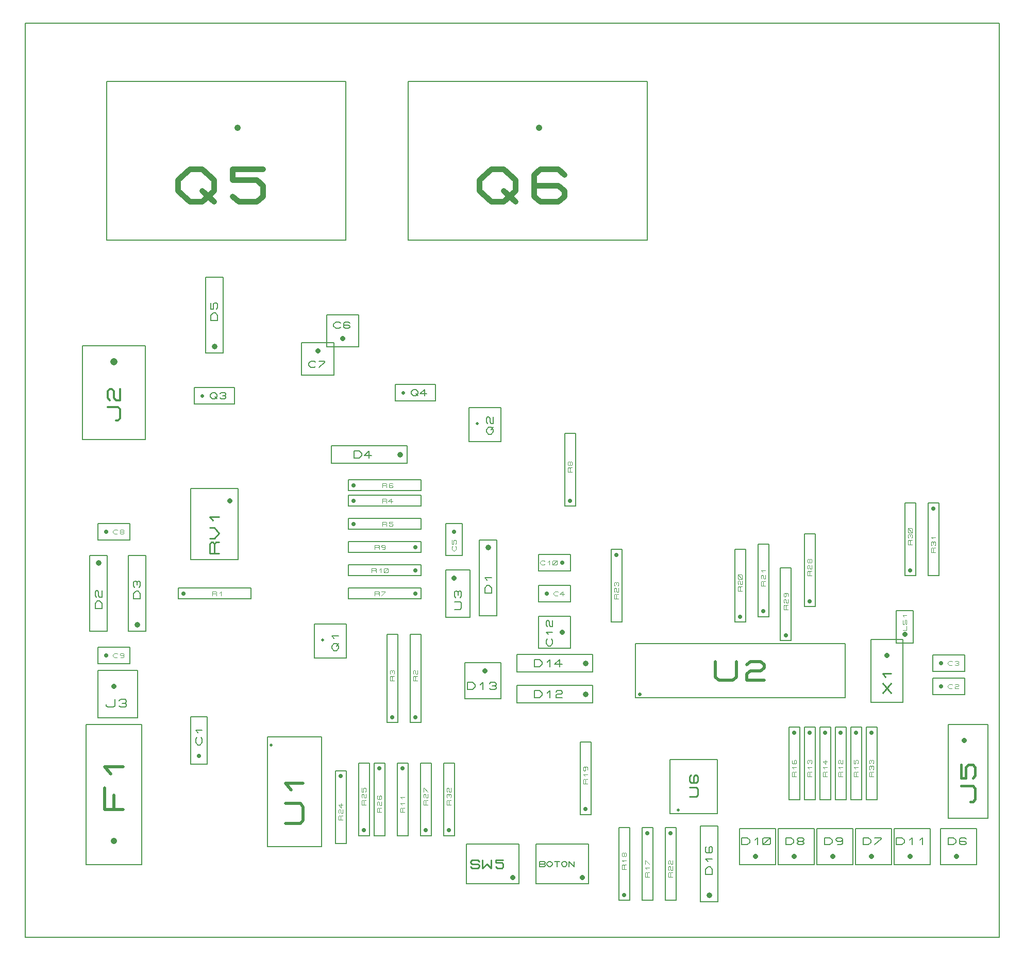
<source format=gbr>
G04 PROTEUS GERBER X2 FILE*
%TF.GenerationSoftware,Labcenter,Proteus,8.15-SP1-Build34318*%
%TF.CreationDate,2023-09-22T11:01:59+00:00*%
%TF.FileFunction,AssemblyDrawing,Top*%
%TF.FilePolarity,Positive*%
%TF.Part,Single*%
%TF.SameCoordinates,{152284cb-42d1-4113-bbe4-b0d9b1a291b6}*%
%FSLAX45Y45*%
%MOMM*%
G01*
%TA.AperFunction,Profile*%
%ADD23C,0.203200*%
%TA.AperFunction,Material*%
%ADD27C,0.203200*%
%ADD42C,0.609600*%
%ADD43C,0.507080*%
%ADD44C,0.711200*%
%ADD45C,0.110230*%
%ADD46C,0.812800*%
%ADD47C,0.237060*%
%ADD48C,0.190500*%
%ADD49C,0.914400*%
%ADD50C,0.186690*%
%ADD51C,0.111760*%
%ADD52C,0.169330*%
%ADD53C,0.508000*%
%ADD54C,0.226060*%
%ADD55C,1.016000*%
%ADD56C,0.515610*%
%ADD57C,0.490380*%
%ADD58C,0.132990*%
%ADD59C,0.180800*%
%ADD60C,0.160020*%
%ADD61C,1.219200*%
%ADD62C,0.331890*%
%ADD63C,0.194730*%
%ADD64C,0.177800*%
%ADD65C,0.266700*%
%ADD66C,0.216890*%
%ADD67C,0.889000*%
%ADD68C,0.389460*%
%ADD69C,0.211660*%
%TD.AperFunction*%
D23*
X-12382500Y-8953500D02*
X+3619500Y-8953500D01*
X+3619500Y+6068060D01*
X-12382500Y+6068060D01*
X-12382500Y-8953500D01*
D27*
X-2357660Y-5016500D02*
X+1091660Y-5016500D01*
X+1091660Y-4127500D01*
X-2357660Y-4127500D01*
X-2357660Y-5016500D01*
D42*
X-2286000Y-4953000D02*
X-2286000Y-4953000D01*
D43*
X-1038306Y-4419874D02*
X-1038306Y-4673417D01*
X-981259Y-4724125D01*
X-753071Y-4724125D01*
X-696024Y-4673417D01*
X-696024Y-4419874D01*
X-524883Y-4470583D02*
X-467836Y-4419874D01*
X-296695Y-4419874D01*
X-239648Y-4470583D01*
X-239648Y-4521291D01*
X-296695Y-4572000D01*
X-467836Y-4572000D01*
X-524883Y-4622708D01*
X-524883Y-4724125D01*
X-239648Y-4724125D01*
D27*
X+927100Y-6692900D02*
X+1104900Y-6692900D01*
X+1104900Y-5499100D01*
X+927100Y-5499100D01*
X+927100Y-6692900D01*
D44*
X+1016000Y-5588000D02*
X+1016000Y-5588000D01*
D45*
X+1049071Y-6307048D02*
X+982930Y-6307048D01*
X+982930Y-6245041D01*
X+993953Y-6232639D01*
X+1004977Y-6232639D01*
X+1016000Y-6245041D01*
X+1016000Y-6307048D01*
X+1016000Y-6245041D02*
X+1027024Y-6232639D01*
X+1049071Y-6232639D01*
X+1004977Y-6183033D02*
X+982930Y-6158230D01*
X+1049071Y-6158230D01*
X+993953Y-6096223D02*
X+982930Y-6083821D01*
X+982930Y-6046617D01*
X+993953Y-6034215D01*
X+1004977Y-6034215D01*
X+1016000Y-6046617D01*
X+1016000Y-6083821D01*
X+1027024Y-6096223D01*
X+1049071Y-6096223D01*
X+1049071Y-6034215D01*
D27*
X+419100Y-6692900D02*
X+596900Y-6692900D01*
X+596900Y-5499100D01*
X+419100Y-5499100D01*
X+419100Y-6692900D01*
D44*
X+508000Y-5588000D02*
X+508000Y-5588000D01*
D45*
X+541071Y-6307048D02*
X+474930Y-6307048D01*
X+474930Y-6245041D01*
X+485953Y-6232639D01*
X+496977Y-6232639D01*
X+508000Y-6245041D01*
X+508000Y-6307048D01*
X+508000Y-6245041D02*
X+519024Y-6232639D01*
X+541071Y-6232639D01*
X+496977Y-6183033D02*
X+474930Y-6158230D01*
X+541071Y-6158230D01*
X+485953Y-6096223D02*
X+474930Y-6083821D01*
X+474930Y-6046617D01*
X+485953Y-6034215D01*
X+496977Y-6034215D01*
X+508000Y-6046617D01*
X+519024Y-6034215D01*
X+530048Y-6034215D01*
X+541071Y-6046617D01*
X+541071Y-6083821D01*
X+530048Y-6096223D01*
X+508000Y-6071420D02*
X+508000Y-6046617D01*
D27*
X+673100Y-6692900D02*
X+850900Y-6692900D01*
X+850900Y-5499100D01*
X+673100Y-5499100D01*
X+673100Y-6692900D01*
D44*
X+762000Y-5588000D02*
X+762000Y-5588000D01*
D45*
X+795071Y-6307048D02*
X+728930Y-6307048D01*
X+728930Y-6245041D01*
X+739953Y-6232639D01*
X+750977Y-6232639D01*
X+762000Y-6245041D01*
X+762000Y-6307048D01*
X+762000Y-6245041D02*
X+773024Y-6232639D01*
X+795071Y-6232639D01*
X+750977Y-6183033D02*
X+728930Y-6158230D01*
X+795071Y-6158230D01*
X+773024Y-6034215D02*
X+773024Y-6108624D01*
X+728930Y-6059018D01*
X+795071Y-6059018D01*
D27*
X+1181100Y-6692900D02*
X+1358900Y-6692900D01*
X+1358900Y-5499100D01*
X+1181100Y-5499100D01*
X+1181100Y-6692900D01*
D44*
X+1270000Y-5588000D02*
X+1270000Y-5588000D01*
D45*
X+1303071Y-6307048D02*
X+1236930Y-6307048D01*
X+1236930Y-6245041D01*
X+1247953Y-6232639D01*
X+1258977Y-6232639D01*
X+1270000Y-6245041D01*
X+1270000Y-6307048D01*
X+1270000Y-6245041D02*
X+1281024Y-6232639D01*
X+1303071Y-6232639D01*
X+1258977Y-6183033D02*
X+1236930Y-6158230D01*
X+1303071Y-6158230D01*
X+1236930Y-6034215D02*
X+1236930Y-6096223D01*
X+1258977Y-6096223D01*
X+1258977Y-6046617D01*
X+1270000Y-6034215D01*
X+1292048Y-6034215D01*
X+1303071Y-6046617D01*
X+1303071Y-6083821D01*
X+1292048Y-6096223D01*
D27*
X+165100Y-6692900D02*
X+342900Y-6692900D01*
X+342900Y-5499100D01*
X+165100Y-5499100D01*
X+165100Y-6692900D01*
D44*
X+254000Y-5588000D02*
X+254000Y-5588000D01*
D45*
X+287071Y-6307048D02*
X+220930Y-6307048D01*
X+220930Y-6245041D01*
X+231953Y-6232639D01*
X+242977Y-6232639D01*
X+254000Y-6245041D01*
X+254000Y-6307048D01*
X+254000Y-6245041D02*
X+265024Y-6232639D01*
X+287071Y-6232639D01*
X+242977Y-6183033D02*
X+220930Y-6158230D01*
X+287071Y-6158230D01*
X+231953Y-6034215D02*
X+220930Y-6046617D01*
X+220930Y-6083821D01*
X+231953Y-6096223D01*
X+276048Y-6096223D01*
X+287071Y-6083821D01*
X+287071Y-6046617D01*
X+276048Y-6034215D01*
X+265024Y-6034215D01*
X+254000Y-6046617D01*
X+254000Y-6096223D01*
D27*
X+1933052Y-4112372D02*
X+2207372Y-4112372D01*
X+2207372Y-3584052D01*
X+1933052Y-3584052D01*
X+1933052Y-4112372D01*
D46*
X+2070212Y-3975212D02*
X+2070212Y-3975212D01*
D45*
X+2037193Y-3907900D02*
X+2103232Y-3907900D01*
X+2103232Y-3833606D01*
X+2092226Y-3808841D02*
X+2103232Y-3796459D01*
X+2103232Y-3746930D01*
X+2092226Y-3734547D01*
X+2081219Y-3734547D01*
X+2070212Y-3746930D01*
X+2070212Y-3796459D01*
X+2059206Y-3808841D01*
X+2048199Y-3808841D01*
X+2037193Y-3796459D01*
X+2037193Y-3746930D01*
X+2048199Y-3734547D01*
X+2059206Y-3685018D02*
X+2037193Y-3660253D01*
X+2103232Y-3660253D01*
D27*
X+1513840Y-5090160D02*
X+2042160Y-5090160D01*
X+2042160Y-4053840D01*
X+1513840Y-4053840D01*
X+1513840Y-5090160D01*
D46*
X+1778000Y-4318000D02*
X+1778000Y-4318000D01*
D47*
X+1706881Y-4937759D02*
X+1849120Y-4777740D01*
X+1849120Y-4937759D02*
X+1706881Y-4777740D01*
X+1754294Y-4671061D02*
X+1706881Y-4617721D01*
X+1849120Y-4617721D01*
D27*
X+624840Y-7757160D02*
X+1216660Y-7757160D01*
X+1216660Y-7165340D01*
X+624840Y-7165340D01*
X+624840Y-7757160D01*
D46*
X+889000Y-7620000D02*
X+889000Y-7620000D01*
D48*
X+749300Y-7429500D02*
X+749300Y-7315200D01*
X+835025Y-7315200D01*
X+877887Y-7353300D01*
X+877887Y-7391400D01*
X+835025Y-7429500D01*
X+749300Y-7429500D01*
X+1049337Y-7353300D02*
X+1027906Y-7372350D01*
X+963612Y-7372350D01*
X+942181Y-7353300D01*
X+942181Y-7334250D01*
X+963612Y-7315200D01*
X+1027906Y-7315200D01*
X+1049337Y-7334250D01*
X+1049337Y-7410450D01*
X+1027906Y-7429500D01*
X+963612Y-7429500D01*
D27*
X-645160Y-7757160D02*
X-53340Y-7757160D01*
X-53340Y-7165340D01*
X-645160Y-7165340D01*
X-645160Y-7757160D01*
D46*
X-381000Y-7620000D02*
X-381000Y-7620000D01*
D48*
X-606425Y-7429500D02*
X-606425Y-7315200D01*
X-520700Y-7315200D01*
X-477838Y-7353300D01*
X-477838Y-7391400D01*
X-520700Y-7429500D01*
X-606425Y-7429500D01*
X-392113Y-7353300D02*
X-349250Y-7315200D01*
X-349250Y-7429500D01*
X-263525Y-7410450D02*
X-263525Y-7334250D01*
X-242094Y-7315200D01*
X-156369Y-7315200D01*
X-134938Y-7334250D01*
X-134938Y-7410450D01*
X-156369Y-7429500D01*
X-242094Y-7429500D01*
X-263525Y-7410450D01*
X-263525Y-7429500D02*
X-134938Y-7315200D01*
D27*
X+1894840Y-7757160D02*
X+2486660Y-7757160D01*
X+2486660Y-7165340D01*
X+1894840Y-7165340D01*
X+1894840Y-7757160D01*
D46*
X+2159000Y-7620000D02*
X+2159000Y-7620000D01*
D48*
X+1933575Y-7429500D02*
X+1933575Y-7315200D01*
X+2019300Y-7315200D01*
X+2062162Y-7353300D01*
X+2062162Y-7391400D01*
X+2019300Y-7429500D01*
X+1933575Y-7429500D01*
X+2147887Y-7353300D02*
X+2190750Y-7315200D01*
X+2190750Y-7429500D01*
X+2319337Y-7353300D02*
X+2362200Y-7315200D01*
X+2362200Y-7429500D01*
D27*
X+1259840Y-7757160D02*
X+1851660Y-7757160D01*
X+1851660Y-7165340D01*
X+1259840Y-7165340D01*
X+1259840Y-7757160D01*
D46*
X+1524000Y-7620000D02*
X+1524000Y-7620000D01*
D48*
X+1384300Y-7429500D02*
X+1384300Y-7315200D01*
X+1470025Y-7315200D01*
X+1512887Y-7353300D01*
X+1512887Y-7391400D01*
X+1470025Y-7429500D01*
X+1384300Y-7429500D01*
X+1577181Y-7315200D02*
X+1684337Y-7315200D01*
X+1684337Y-7334250D01*
X+1577181Y-7429500D01*
D27*
X-10160Y-7757160D02*
X+581660Y-7757160D01*
X+581660Y-7165340D01*
X-10160Y-7165340D01*
X-10160Y-7757160D01*
D46*
X+254000Y-7620000D02*
X+254000Y-7620000D01*
D48*
X+114300Y-7429500D02*
X+114300Y-7315200D01*
X+200025Y-7315200D01*
X+242887Y-7353300D01*
X+242887Y-7391400D01*
X+200025Y-7429500D01*
X+114300Y-7429500D01*
X+328612Y-7372350D02*
X+307181Y-7353300D01*
X+307181Y-7334250D01*
X+328612Y-7315200D01*
X+392906Y-7315200D01*
X+414337Y-7334250D01*
X+414337Y-7353300D01*
X+392906Y-7372350D01*
X+328612Y-7372350D01*
X+307181Y-7391400D01*
X+307181Y-7410450D01*
X+328612Y-7429500D01*
X+392906Y-7429500D01*
X+414337Y-7410450D01*
X+414337Y-7391400D01*
X+392906Y-7372350D01*
D27*
X-723900Y-3771900D02*
X-546100Y-3771900D01*
X-546100Y-2578100D01*
X-723900Y-2578100D01*
X-723900Y-3771900D01*
D44*
X-635000Y-3683000D02*
X-635000Y-3683000D01*
D45*
X-601929Y-3261588D02*
X-668070Y-3261588D01*
X-668070Y-3199581D01*
X-657047Y-3187179D01*
X-646023Y-3187179D01*
X-635000Y-3199581D01*
X-635000Y-3261588D01*
X-635000Y-3199581D02*
X-623976Y-3187179D01*
X-601929Y-3187179D01*
X-657047Y-3149975D02*
X-668070Y-3137573D01*
X-668070Y-3100369D01*
X-657047Y-3087967D01*
X-646023Y-3087967D01*
X-635000Y-3100369D01*
X-635000Y-3137573D01*
X-623976Y-3149975D01*
X-601929Y-3149975D01*
X-601929Y-3087967D01*
X-612952Y-3063164D02*
X-657047Y-3063164D01*
X-668070Y-3050763D01*
X-668070Y-3001157D01*
X-657047Y-2988755D01*
X-612952Y-2988755D01*
X-601929Y-3001157D01*
X-601929Y-3050763D01*
X-612952Y-3063164D01*
X-601929Y-3063164D02*
X-668070Y-2988755D01*
D27*
X-342900Y-3682999D02*
X-165100Y-3682999D01*
X-165100Y-2489199D01*
X-342900Y-2489199D01*
X-342900Y-3682999D01*
D44*
X-254000Y-3594099D02*
X-254000Y-3594099D01*
D45*
X-220929Y-3172687D02*
X-287070Y-3172687D01*
X-287070Y-3110680D01*
X-276047Y-3098278D01*
X-265023Y-3098278D01*
X-254000Y-3110680D01*
X-254000Y-3172687D01*
X-254000Y-3110680D02*
X-242976Y-3098278D01*
X-220929Y-3098278D01*
X-276047Y-3061074D02*
X-287070Y-3048672D01*
X-287070Y-3011468D01*
X-276047Y-2999066D01*
X-265023Y-2999066D01*
X-254000Y-3011468D01*
X-254000Y-3048672D01*
X-242976Y-3061074D01*
X-220929Y-3061074D01*
X-220929Y-2999066D01*
X-265023Y-2949460D02*
X-287070Y-2924657D01*
X-220929Y-2924657D01*
D27*
X-4305300Y-5097780D02*
X-3060700Y-5097780D01*
X-3060700Y-4810760D01*
X-4305300Y-4810760D01*
X-4305300Y-5097780D01*
D49*
X-3175000Y-4953000D02*
X-3175000Y-4953000D01*
D50*
X-4015041Y-5010277D02*
X-4015041Y-4898263D01*
X-3931031Y-4898263D01*
X-3889026Y-4935601D01*
X-3889026Y-4972939D01*
X-3931031Y-5010277D01*
X-4015041Y-5010277D01*
X-3805015Y-4935601D02*
X-3763010Y-4898263D01*
X-3763010Y-5010277D01*
X-3657997Y-4916932D02*
X-3636994Y-4898263D01*
X-3573986Y-4898263D01*
X-3552984Y-4916932D01*
X-3552984Y-4935601D01*
X-3573986Y-4954270D01*
X-3636994Y-4954270D01*
X-3657997Y-4972939D01*
X-3657997Y-5010277D01*
X-3552984Y-5010277D01*
D27*
X-3263900Y-6934199D02*
X-3086100Y-6934199D01*
X-3086100Y-5740399D01*
X-3263900Y-5740399D01*
X-3263900Y-6934199D01*
D44*
X-3175000Y-6845299D02*
X-3175000Y-6845299D01*
D45*
X-3141929Y-6423887D02*
X-3208070Y-6423887D01*
X-3208070Y-6361880D01*
X-3197047Y-6349478D01*
X-3186023Y-6349478D01*
X-3175000Y-6361880D01*
X-3175000Y-6423887D01*
X-3175000Y-6361880D02*
X-3163976Y-6349478D01*
X-3141929Y-6349478D01*
X-3186023Y-6299872D02*
X-3208070Y-6275069D01*
X-3141929Y-6275069D01*
X-3186023Y-6151054D02*
X-3175000Y-6163456D01*
X-3175000Y-6200660D01*
X-3186023Y-6213062D01*
X-3197047Y-6213062D01*
X-3208070Y-6200660D01*
X-3208070Y-6163456D01*
X-3197047Y-6151054D01*
X-3152952Y-6151054D01*
X-3141929Y-6163456D01*
X-3141929Y-6200660D01*
D27*
X-5153660Y-5026660D02*
X-4561840Y-5026660D01*
X-4561840Y-4434840D01*
X-5153660Y-4434840D01*
X-5153660Y-5026660D01*
D46*
X-4826000Y-4572000D02*
X-4826000Y-4572000D01*
D48*
X-5114925Y-4876800D02*
X-5114925Y-4762500D01*
X-5029200Y-4762500D01*
X-4986338Y-4800600D01*
X-4986338Y-4838700D01*
X-5029200Y-4876800D01*
X-5114925Y-4876800D01*
X-4900613Y-4800600D02*
X-4857750Y-4762500D01*
X-4857750Y-4876800D01*
X-4750594Y-4781550D02*
X-4729163Y-4762500D01*
X-4664869Y-4762500D01*
X-4643438Y-4781550D01*
X-4643438Y-4800600D01*
X-4664869Y-4819650D01*
X-4643438Y-4838700D01*
X-4643438Y-4857750D01*
X-4664869Y-4876800D01*
X-4729163Y-4876800D01*
X-4750594Y-4857750D01*
X-4707732Y-4819650D02*
X-4664869Y-4819650D01*
D27*
X-3947160Y-3439160D02*
X-3418840Y-3439160D01*
X-3418840Y-3164840D01*
X-3947160Y-3164840D01*
X-3947160Y-3439160D01*
D44*
X-3810000Y-3302000D02*
X-3810000Y-3302000D01*
D51*
X-3621786Y-3324352D02*
X-3634359Y-3335528D01*
X-3672078Y-3335528D01*
X-3697224Y-3313176D01*
X-3697224Y-3290824D01*
X-3672078Y-3268472D01*
X-3634359Y-3268472D01*
X-3621786Y-3279648D01*
X-3521202Y-3313176D02*
X-3596640Y-3313176D01*
X-3546348Y-3268472D01*
X-3546348Y-3335528D01*
D27*
X-3947160Y-2931160D02*
X-3418840Y-2931160D01*
X-3418840Y-2656840D01*
X-3947160Y-2656840D01*
X-3947160Y-2931160D01*
D44*
X-3556000Y-2794000D02*
X-3556000Y-2794000D01*
D51*
X-3844798Y-2816352D02*
X-3857371Y-2827528D01*
X-3895090Y-2827528D01*
X-3920236Y-2805176D01*
X-3920236Y-2782824D01*
X-3895090Y-2760472D01*
X-3857371Y-2760472D01*
X-3844798Y-2771648D01*
X-3794506Y-2782824D02*
X-3769360Y-2760472D01*
X-3769360Y-2827528D01*
X-3719068Y-2816352D02*
X-3719068Y-2771648D01*
X-3706495Y-2760472D01*
X-3656203Y-2760472D01*
X-3643630Y-2771648D01*
X-3643630Y-2816352D01*
X-3656203Y-2827528D01*
X-3706495Y-2827528D01*
X-3719068Y-2816352D01*
X-3719068Y-2827528D02*
X-3643630Y-2760472D01*
D27*
X-4305300Y-4589780D02*
X-3060700Y-4589780D01*
X-3060700Y-4302760D01*
X-4305300Y-4302760D01*
X-4305300Y-4589780D01*
D49*
X-3175000Y-4445000D02*
X-3175000Y-4445000D01*
D50*
X-4015041Y-4502277D02*
X-4015041Y-4390263D01*
X-3931031Y-4390263D01*
X-3889026Y-4427601D01*
X-3889026Y-4464939D01*
X-3931031Y-4502277D01*
X-4015041Y-4502277D01*
X-3805015Y-4427601D02*
X-3763010Y-4390263D01*
X-3763010Y-4502277D01*
X-3552984Y-4464939D02*
X-3678999Y-4464939D01*
X-3594989Y-4390263D01*
X-3594989Y-4502277D01*
D27*
X-3947160Y-4201160D02*
X-3418840Y-4201160D01*
X-3418840Y-3672840D01*
X-3947160Y-3672840D01*
X-3947160Y-4201160D01*
D46*
X-3556000Y-3937000D02*
X-3556000Y-3937000D01*
D52*
X-3738033Y-4051299D02*
X-3721100Y-4070349D01*
X-3721100Y-4127499D01*
X-3754967Y-4165598D01*
X-3788833Y-4165598D01*
X-3822700Y-4127499D01*
X-3822700Y-4070349D01*
X-3805767Y-4051299D01*
X-3788833Y-3975100D02*
X-3822700Y-3937000D01*
X-3721100Y-3937000D01*
X-3805767Y-3841751D02*
X-3822700Y-3822701D01*
X-3822700Y-3765551D01*
X-3805767Y-3746501D01*
X-3788833Y-3746501D01*
X-3771900Y-3765551D01*
X-3771900Y-3822701D01*
X-3754967Y-3841751D01*
X-3721100Y-3841751D01*
X-3721100Y-3746501D01*
D27*
X-2755900Y-3771900D02*
X-2578100Y-3771900D01*
X-2578100Y-2578100D01*
X-2755900Y-2578100D01*
X-2755900Y-3771900D01*
D44*
X-2667000Y-2667000D02*
X-2667000Y-2667000D01*
D45*
X-2633929Y-3386048D02*
X-2700070Y-3386048D01*
X-2700070Y-3324041D01*
X-2689047Y-3311639D01*
X-2678023Y-3311639D01*
X-2667000Y-3324041D01*
X-2667000Y-3386048D01*
X-2667000Y-3324041D02*
X-2655976Y-3311639D01*
X-2633929Y-3311639D01*
X-2689047Y-3274435D02*
X-2700070Y-3262033D01*
X-2700070Y-3224829D01*
X-2689047Y-3212427D01*
X-2678023Y-3212427D01*
X-2667000Y-3224829D01*
X-2667000Y-3262033D01*
X-2655976Y-3274435D01*
X-2633929Y-3274435D01*
X-2633929Y-3212427D01*
X-2689047Y-3175223D02*
X-2700070Y-3162821D01*
X-2700070Y-3125617D01*
X-2689047Y-3113215D01*
X-2678023Y-3113215D01*
X-2667000Y-3125617D01*
X-2655976Y-3113215D01*
X-2644952Y-3113215D01*
X-2633929Y-3125617D01*
X-2633929Y-3162821D01*
X-2644952Y-3175223D01*
X-2667000Y-3150420D02*
X-2667000Y-3125617D01*
D27*
X-1866900Y-8343900D02*
X-1689100Y-8343900D01*
X-1689100Y-7150100D01*
X-1866900Y-7150100D01*
X-1866900Y-8343900D01*
D44*
X-1778000Y-7239000D02*
X-1778000Y-7239000D01*
D45*
X-1744929Y-7958048D02*
X-1811070Y-7958048D01*
X-1811070Y-7896041D01*
X-1800047Y-7883639D01*
X-1789023Y-7883639D01*
X-1778000Y-7896041D01*
X-1778000Y-7958048D01*
X-1778000Y-7896041D02*
X-1766976Y-7883639D01*
X-1744929Y-7883639D01*
X-1800047Y-7846435D02*
X-1811070Y-7834033D01*
X-1811070Y-7796829D01*
X-1800047Y-7784427D01*
X-1789023Y-7784427D01*
X-1778000Y-7796829D01*
X-1778000Y-7834033D01*
X-1766976Y-7846435D01*
X-1744929Y-7846435D01*
X-1744929Y-7784427D01*
X-1800047Y-7747223D02*
X-1811070Y-7734821D01*
X-1811070Y-7697617D01*
X-1800047Y-7685215D01*
X-1789023Y-7685215D01*
X-1778000Y-7697617D01*
X-1778000Y-7734821D01*
X-1766976Y-7747223D01*
X-1744929Y-7747223D01*
X-1744929Y-7685215D01*
D27*
X-1287780Y-8369300D02*
X-1000760Y-8369300D01*
X-1000760Y-7124700D01*
X-1287780Y-7124700D01*
X-1287780Y-8369300D01*
D49*
X-1143000Y-8255000D02*
X-1143000Y-8255000D01*
D50*
X-1088263Y-7919021D02*
X-1200277Y-7919021D01*
X-1200277Y-7835011D01*
X-1162939Y-7793006D01*
X-1125601Y-7793006D01*
X-1088263Y-7835011D01*
X-1088263Y-7919021D01*
X-1162939Y-7708995D02*
X-1200277Y-7666990D01*
X-1088263Y-7666990D01*
X-1181608Y-7456964D02*
X-1200277Y-7477966D01*
X-1200277Y-7540974D01*
X-1181608Y-7561977D01*
X-1106932Y-7561977D01*
X-1088263Y-7540974D01*
X-1088263Y-7477966D01*
X-1106932Y-7456964D01*
X-1125601Y-7456964D01*
X-1144270Y-7477966D01*
X-1144270Y-7561977D01*
D27*
X-1788160Y-6921500D02*
X-1005840Y-6921500D01*
X-1005840Y-6032500D01*
X-1788160Y-6032500D01*
X-1788160Y-6921500D01*
D53*
X-1651000Y-6858000D02*
X-1651000Y-6858000D01*
D54*
X-1464818Y-6636004D02*
X-1351788Y-6636004D01*
X-1329182Y-6610573D01*
X-1329182Y-6508846D01*
X-1351788Y-6483414D01*
X-1464818Y-6483414D01*
X-1442212Y-6279960D02*
X-1464818Y-6305392D01*
X-1464818Y-6381687D01*
X-1442212Y-6407119D01*
X-1351788Y-6407119D01*
X-1329182Y-6381687D01*
X-1329182Y-6305392D01*
X-1351788Y-6279960D01*
X-1374394Y-6279960D01*
X-1397000Y-6305392D01*
X-1397000Y-6407119D01*
D27*
X-11376660Y-7757160D02*
X-10467340Y-7757160D01*
X-10467340Y-5450840D01*
X-11376660Y-5450840D01*
X-11376660Y-7757160D01*
D55*
X-10922000Y-7366000D02*
X-10922000Y-7366000D01*
D56*
X-10767314Y-6847077D02*
X-11076686Y-6847077D01*
X-11076686Y-6499035D01*
X-10922000Y-6847077D02*
X-10922000Y-6615049D01*
X-10973562Y-6267006D02*
X-11076686Y-6150992D01*
X-10767314Y-6150992D01*
D27*
X-8402814Y-7456463D02*
X-7513814Y-7456463D01*
X-7513814Y-5658143D01*
X-8402814Y-5658143D01*
X-8402814Y-7456463D01*
D53*
X-8339314Y-5795303D02*
X-8339314Y-5795303D01*
D57*
X-8105431Y-7079933D02*
X-7860236Y-7079933D01*
X-7811197Y-7024765D01*
X-7811197Y-6804090D01*
X-7860236Y-6748921D01*
X-8105431Y-6748921D01*
X-8007353Y-6528246D02*
X-8105431Y-6417908D01*
X-7811197Y-6417908D01*
D27*
X-11186160Y-4455160D02*
X-10657840Y-4455160D01*
X-10657840Y-4180840D01*
X-11186160Y-4180840D01*
X-11186160Y-4455160D01*
D44*
X-11049000Y-4318000D02*
X-11049000Y-4318000D01*
D51*
X-10860786Y-4340352D02*
X-10873359Y-4351528D01*
X-10911078Y-4351528D01*
X-10936224Y-4329176D01*
X-10936224Y-4306824D01*
X-10911078Y-4284472D01*
X-10873359Y-4284472D01*
X-10860786Y-4295648D01*
X-10760202Y-4306824D02*
X-10772775Y-4318000D01*
X-10810494Y-4318000D01*
X-10823067Y-4306824D01*
X-10823067Y-4295648D01*
X-10810494Y-4284472D01*
X-10772775Y-4284472D01*
X-10760202Y-4295648D01*
X-10760202Y-4340352D01*
X-10772775Y-4351528D01*
X-10810494Y-4351528D01*
D27*
X-10685780Y-3924300D02*
X-10398760Y-3924300D01*
X-10398760Y-2679700D01*
X-10685780Y-2679700D01*
X-10685780Y-3924300D01*
D49*
X-10541000Y-3810000D02*
X-10541000Y-3810000D01*
D50*
X-10486263Y-3390011D02*
X-10598277Y-3390011D01*
X-10598277Y-3306001D01*
X-10560939Y-3263996D01*
X-10523601Y-3263996D01*
X-10486263Y-3306001D01*
X-10486263Y-3390011D01*
X-10579608Y-3200988D02*
X-10598277Y-3179985D01*
X-10598277Y-3116977D01*
X-10579608Y-3095975D01*
X-10560939Y-3095975D01*
X-10542270Y-3116977D01*
X-10523601Y-3095975D01*
X-10504932Y-3095975D01*
X-10486263Y-3116977D01*
X-10486263Y-3179985D01*
X-10504932Y-3200988D01*
X-10542270Y-3158983D02*
X-10542270Y-3116977D01*
D27*
X-11318240Y-3924300D02*
X-11031220Y-3924300D01*
X-11031220Y-2679700D01*
X-11318240Y-2679700D01*
X-11318240Y-3924300D01*
D49*
X-11176000Y-2794000D02*
X-11176000Y-2794000D01*
D50*
X-11118723Y-3550031D02*
X-11230737Y-3550031D01*
X-11230737Y-3466021D01*
X-11193399Y-3424016D01*
X-11156061Y-3424016D01*
X-11118723Y-3466021D01*
X-11118723Y-3550031D01*
X-11212068Y-3361008D02*
X-11230737Y-3340005D01*
X-11230737Y-3276997D01*
X-11212068Y-3255995D01*
X-11193399Y-3255995D01*
X-11174730Y-3276997D01*
X-11174730Y-3340005D01*
X-11156061Y-3361008D01*
X-11118723Y-3361008D01*
X-11118723Y-3255995D01*
D27*
X-5471160Y-2677160D02*
X-5196840Y-2677160D01*
X-5196840Y-2148840D01*
X-5471160Y-2148840D01*
X-5471160Y-2677160D01*
D44*
X-5334000Y-2286000D02*
X-5334000Y-2286000D01*
D51*
X-5311648Y-2524506D02*
X-5300472Y-2537079D01*
X-5300472Y-2574798D01*
X-5322824Y-2599944D01*
X-5345176Y-2599944D01*
X-5367528Y-2574798D01*
X-5367528Y-2537079D01*
X-5356352Y-2524506D01*
X-5367528Y-2423922D02*
X-5367528Y-2486787D01*
X-5345176Y-2486787D01*
X-5345176Y-2436495D01*
X-5334000Y-2423922D01*
X-5311648Y-2423922D01*
X-5300472Y-2436495D01*
X-5300472Y-2474214D01*
X-5311648Y-2486787D01*
D27*
X-4917439Y-3670300D02*
X-4630419Y-3670300D01*
X-4630419Y-2425700D01*
X-4917439Y-2425700D01*
X-4917439Y-3670300D01*
D49*
X-4775199Y-2540000D02*
X-4775199Y-2540000D01*
D50*
X-4717922Y-3296031D02*
X-4829936Y-3296031D01*
X-4829936Y-3212021D01*
X-4792598Y-3170016D01*
X-4755260Y-3170016D01*
X-4717922Y-3212021D01*
X-4717922Y-3296031D01*
X-4792598Y-3086005D02*
X-4829936Y-3044000D01*
X-4717922Y-3044000D01*
D27*
X-7073900Y-1866900D02*
X-5880100Y-1866900D01*
X-5880100Y-1689100D01*
X-7073900Y-1689100D01*
X-7073900Y-1866900D01*
D44*
X-6985000Y-1778000D02*
X-6985000Y-1778000D01*
D45*
X-6513982Y-1811071D02*
X-6513982Y-1744930D01*
X-6451975Y-1744930D01*
X-6439573Y-1755953D01*
X-6439573Y-1766977D01*
X-6451975Y-1778000D01*
X-6513982Y-1778000D01*
X-6451975Y-1778000D02*
X-6439573Y-1789024D01*
X-6439573Y-1811071D01*
X-6340361Y-1789024D02*
X-6414770Y-1789024D01*
X-6365164Y-1744930D01*
X-6365164Y-1811071D01*
D27*
X-7073900Y-2247900D02*
X-5880100Y-2247900D01*
X-5880100Y-2070100D01*
X-7073900Y-2070100D01*
X-7073900Y-2247900D01*
D44*
X-6985000Y-2159000D02*
X-6985000Y-2159000D01*
D45*
X-6513982Y-2192071D02*
X-6513982Y-2125930D01*
X-6451975Y-2125930D01*
X-6439573Y-2136953D01*
X-6439573Y-2147977D01*
X-6451975Y-2159000D01*
X-6513982Y-2159000D01*
X-6451975Y-2159000D02*
X-6439573Y-2170024D01*
X-6439573Y-2192071D01*
X-6340361Y-2125930D02*
X-6402369Y-2125930D01*
X-6402369Y-2147977D01*
X-6352763Y-2147977D01*
X-6340361Y-2159000D01*
X-6340361Y-2181048D01*
X-6352763Y-2192071D01*
X-6389967Y-2192071D01*
X-6402369Y-2181048D01*
D27*
X-7073900Y-1612900D02*
X-5880100Y-1612900D01*
X-5880100Y-1435100D01*
X-7073900Y-1435100D01*
X-7073900Y-1612900D01*
D44*
X-6985000Y-1524000D02*
X-6985000Y-1524000D01*
D45*
X-6513982Y-1557071D02*
X-6513982Y-1490930D01*
X-6451975Y-1490930D01*
X-6439573Y-1501953D01*
X-6439573Y-1512977D01*
X-6451975Y-1524000D01*
X-6513982Y-1524000D01*
X-6451975Y-1524000D02*
X-6439573Y-1535024D01*
X-6439573Y-1557071D01*
X-6340361Y-1501953D02*
X-6352763Y-1490930D01*
X-6389967Y-1490930D01*
X-6402369Y-1501953D01*
X-6402369Y-1546048D01*
X-6389967Y-1557071D01*
X-6352763Y-1557071D01*
X-6340361Y-1546048D01*
X-6340361Y-1535024D01*
X-6352763Y-1524000D01*
X-6402369Y-1524000D01*
D27*
X-11186160Y-2423160D02*
X-10657840Y-2423160D01*
X-10657840Y-2148840D01*
X-11186160Y-2148840D01*
X-11186160Y-2423160D01*
D44*
X-11049000Y-2286000D02*
X-11049000Y-2286000D01*
D51*
X-10860786Y-2308352D02*
X-10873359Y-2319528D01*
X-10911078Y-2319528D01*
X-10936224Y-2297176D01*
X-10936224Y-2274824D01*
X-10911078Y-2252472D01*
X-10873359Y-2252472D01*
X-10860786Y-2263648D01*
X-10810494Y-2286000D02*
X-10823067Y-2274824D01*
X-10823067Y-2263648D01*
X-10810494Y-2252472D01*
X-10772775Y-2252472D01*
X-10760202Y-2263648D01*
X-10760202Y-2274824D01*
X-10772775Y-2286000D01*
X-10810494Y-2286000D01*
X-10823067Y-2297176D01*
X-10823067Y-2308352D01*
X-10810494Y-2319528D01*
X-10772775Y-2319528D01*
X-10760202Y-2308352D01*
X-10760202Y-2297176D01*
X-10772775Y-2286000D01*
D27*
X-2247900Y-8343900D02*
X-2070100Y-8343900D01*
X-2070100Y-7150100D01*
X-2247900Y-7150100D01*
X-2247900Y-8343900D01*
D44*
X-2159000Y-7239000D02*
X-2159000Y-7239000D01*
D45*
X-2125929Y-7958048D02*
X-2192070Y-7958048D01*
X-2192070Y-7896041D01*
X-2181047Y-7883639D01*
X-2170023Y-7883639D01*
X-2159000Y-7896041D01*
X-2159000Y-7958048D01*
X-2159000Y-7896041D02*
X-2147976Y-7883639D01*
X-2125929Y-7883639D01*
X-2170023Y-7834033D02*
X-2192070Y-7809230D01*
X-2125929Y-7809230D01*
X-2192070Y-7747223D02*
X-2192070Y-7685215D01*
X-2181047Y-7685215D01*
X-2125929Y-7747223D01*
D27*
X-2628900Y-8343900D02*
X-2451100Y-8343900D01*
X-2451100Y-7150100D01*
X-2628900Y-7150100D01*
X-2628900Y-8343900D01*
D44*
X-2540000Y-8255000D02*
X-2540000Y-8255000D01*
D45*
X-2506929Y-7833588D02*
X-2573070Y-7833588D01*
X-2573070Y-7771581D01*
X-2562047Y-7759179D01*
X-2551023Y-7759179D01*
X-2540000Y-7771581D01*
X-2540000Y-7833588D01*
X-2540000Y-7771581D02*
X-2528976Y-7759179D01*
X-2506929Y-7759179D01*
X-2551023Y-7709573D02*
X-2573070Y-7684770D01*
X-2506929Y-7684770D01*
X-2540000Y-7610361D02*
X-2551023Y-7622763D01*
X-2562047Y-7622763D01*
X-2573070Y-7610361D01*
X-2573070Y-7573157D01*
X-2562047Y-7560755D01*
X-2551023Y-7560755D01*
X-2540000Y-7573157D01*
X-2540000Y-7610361D01*
X-2528976Y-7622763D01*
X-2517952Y-7622763D01*
X-2506929Y-7610361D01*
X-2506929Y-7573157D01*
X-2517952Y-7560755D01*
X-2528976Y-7560755D01*
X-2540000Y-7573157D01*
D27*
X+419100Y-3517900D02*
X+596900Y-3517900D01*
X+596900Y-2324100D01*
X+419100Y-2324100D01*
X+419100Y-3517900D01*
D44*
X+508000Y-3429000D02*
X+508000Y-3429000D01*
D45*
X+541071Y-3007588D02*
X+474930Y-3007588D01*
X+474930Y-2945581D01*
X+485953Y-2933179D01*
X+496977Y-2933179D01*
X+508000Y-2945581D01*
X+508000Y-3007588D01*
X+508000Y-2945581D02*
X+519024Y-2933179D01*
X+541071Y-2933179D01*
X+485953Y-2895975D02*
X+474930Y-2883573D01*
X+474930Y-2846369D01*
X+485953Y-2833967D01*
X+496977Y-2833967D01*
X+508000Y-2846369D01*
X+508000Y-2883573D01*
X+519024Y-2895975D01*
X+541071Y-2895975D01*
X+541071Y-2833967D01*
X+508000Y-2784361D02*
X+496977Y-2796763D01*
X+485953Y-2796763D01*
X+474930Y-2784361D01*
X+474930Y-2747157D01*
X+485953Y-2734755D01*
X+496977Y-2734755D01*
X+508000Y-2747157D01*
X+508000Y-2784361D01*
X+519024Y-2796763D01*
X+530048Y-2796763D01*
X+541071Y-2784361D01*
X+541071Y-2747157D01*
X+530048Y-2734755D01*
X+519024Y-2734755D01*
X+508000Y-2747157D01*
D27*
X+27051Y-4076701D02*
X+204851Y-4076701D01*
X+204851Y-2882901D01*
X+27051Y-2882901D01*
X+27051Y-4076701D01*
D44*
X+115951Y-3987801D02*
X+115951Y-3987801D01*
D45*
X+149022Y-3566389D02*
X+82881Y-3566389D01*
X+82881Y-3504382D01*
X+93904Y-3491980D01*
X+104928Y-3491980D01*
X+115951Y-3504382D01*
X+115951Y-3566389D01*
X+115951Y-3504382D02*
X+126975Y-3491980D01*
X+149022Y-3491980D01*
X+93904Y-3454776D02*
X+82881Y-3442374D01*
X+82881Y-3405170D01*
X+93904Y-3392768D01*
X+104928Y-3392768D01*
X+115951Y-3405170D01*
X+115951Y-3442374D01*
X+126975Y-3454776D01*
X+149022Y-3454776D01*
X+149022Y-3392768D01*
X+104928Y-3293556D02*
X+115951Y-3305958D01*
X+115951Y-3343162D01*
X+104928Y-3355564D01*
X+93904Y-3355564D01*
X+82881Y-3343162D01*
X+82881Y-3305958D01*
X+93904Y-3293556D01*
X+137999Y-3293556D01*
X+149022Y-3305958D01*
X+149022Y-3343162D01*
D27*
X-3987600Y-8073600D02*
X-3124400Y-8073600D01*
X-3124400Y-7420400D01*
X-3987600Y-7420400D01*
X-3987600Y-8073600D01*
D46*
X-3226000Y-7972000D02*
X-3226000Y-7972000D01*
D58*
X-3926350Y-7786898D02*
X-3926350Y-7707103D01*
X-3851543Y-7707103D01*
X-3836581Y-7720402D01*
X-3836581Y-7733701D01*
X-3851543Y-7747000D01*
X-3836581Y-7760300D01*
X-3836581Y-7773599D01*
X-3851543Y-7786898D01*
X-3926350Y-7786898D01*
X-3926350Y-7747000D02*
X-3851543Y-7747000D01*
X-3806658Y-7733701D02*
X-3776735Y-7707103D01*
X-3746812Y-7707103D01*
X-3716889Y-7733701D01*
X-3716889Y-7760300D01*
X-3746812Y-7786898D01*
X-3776735Y-7786898D01*
X-3806658Y-7760300D01*
X-3806658Y-7733701D01*
X-3686966Y-7707103D02*
X-3597197Y-7707103D01*
X-3642082Y-7707103D02*
X-3642082Y-7786898D01*
X-3567274Y-7733701D02*
X-3537351Y-7707103D01*
X-3507428Y-7707103D01*
X-3477505Y-7733701D01*
X-3477505Y-7760300D01*
X-3507428Y-7786898D01*
X-3537351Y-7786898D01*
X-3567274Y-7760300D01*
X-3567274Y-7733701D01*
X-3447582Y-7786898D02*
X-3447582Y-7707103D01*
X-3357813Y-7786898D01*
X-3357813Y-7707103D01*
D27*
X+2070100Y-3009900D02*
X+2247900Y-3009900D01*
X+2247900Y-1816100D01*
X+2070100Y-1816100D01*
X+2070100Y-3009900D01*
D44*
X+2159000Y-2921000D02*
X+2159000Y-2921000D01*
D45*
X+2192071Y-2499588D02*
X+2125930Y-2499588D01*
X+2125930Y-2437581D01*
X+2136953Y-2425179D01*
X+2147977Y-2425179D01*
X+2159000Y-2437581D01*
X+2159000Y-2499588D01*
X+2159000Y-2437581D02*
X+2170024Y-2425179D01*
X+2192071Y-2425179D01*
X+2136953Y-2387975D02*
X+2125930Y-2375573D01*
X+2125930Y-2338369D01*
X+2136953Y-2325967D01*
X+2147977Y-2325967D01*
X+2159000Y-2338369D01*
X+2170024Y-2325967D01*
X+2181048Y-2325967D01*
X+2192071Y-2338369D01*
X+2192071Y-2375573D01*
X+2181048Y-2387975D01*
X+2159000Y-2363172D02*
X+2159000Y-2338369D01*
X+2181048Y-2301164D02*
X+2136953Y-2301164D01*
X+2125930Y-2288763D01*
X+2125930Y-2239157D01*
X+2136953Y-2226755D01*
X+2181048Y-2226755D01*
X+2192071Y-2239157D01*
X+2192071Y-2288763D01*
X+2181048Y-2301164D01*
X+2192071Y-2301164D02*
X+2125930Y-2226755D01*
D27*
X+2451100Y-3009900D02*
X+2628900Y-3009900D01*
X+2628900Y-1816100D01*
X+2451100Y-1816100D01*
X+2451100Y-3009900D01*
D44*
X+2540000Y-1905000D02*
X+2540000Y-1905000D01*
D45*
X+2573071Y-2624048D02*
X+2506930Y-2624048D01*
X+2506930Y-2562041D01*
X+2517953Y-2549639D01*
X+2528977Y-2549639D01*
X+2540000Y-2562041D01*
X+2540000Y-2624048D01*
X+2540000Y-2562041D02*
X+2551024Y-2549639D01*
X+2573071Y-2549639D01*
X+2517953Y-2512435D02*
X+2506930Y-2500033D01*
X+2506930Y-2462829D01*
X+2517953Y-2450427D01*
X+2528977Y-2450427D01*
X+2540000Y-2462829D01*
X+2551024Y-2450427D01*
X+2562048Y-2450427D01*
X+2573071Y-2462829D01*
X+2573071Y-2500033D01*
X+2562048Y-2512435D01*
X+2540000Y-2487632D02*
X+2540000Y-2462829D01*
X+2528977Y-2400821D02*
X+2506930Y-2376018D01*
X+2573071Y-2376018D01*
D27*
X-7630160Y-4362560D02*
X-7101840Y-4362560D01*
X-7101840Y-3799840D01*
X-7630160Y-3799840D01*
X-7630160Y-4362560D01*
D53*
X-7493000Y-4064000D02*
X-7493000Y-4064000D01*
D59*
X-7302800Y-4243920D02*
X-7338960Y-4203240D01*
X-7338960Y-4162560D01*
X-7302800Y-4121880D01*
X-7266640Y-4121880D01*
X-7230480Y-4162560D01*
X-7230480Y-4203240D01*
X-7266640Y-4243920D01*
X-7302800Y-4243920D01*
X-7266640Y-4162560D02*
X-7230480Y-4121880D01*
X-7302800Y-4040520D02*
X-7338960Y-3999840D01*
X-7230480Y-3999840D01*
D27*
X-5090160Y-806560D02*
X-4561840Y-806560D01*
X-4561840Y-243840D01*
X-5090160Y-243840D01*
X-5090160Y-806560D01*
D53*
X-4953000Y-508000D02*
X-4953000Y-508000D01*
D59*
X-4762800Y-687920D02*
X-4798960Y-647240D01*
X-4798960Y-606560D01*
X-4762800Y-565880D01*
X-4726640Y-565880D01*
X-4690480Y-606560D01*
X-4690480Y-647240D01*
X-4726640Y-687920D01*
X-4762800Y-687920D01*
X-4726640Y-606560D02*
X-4690480Y-565880D01*
X-4780880Y-504860D02*
X-4798960Y-484520D01*
X-4798960Y-423500D01*
X-4780880Y-403160D01*
X-4762800Y-403160D01*
X-4744720Y-423500D01*
X-4744720Y-484520D01*
X-4726640Y-504860D01*
X-4690480Y-504860D01*
X-4690480Y-403160D01*
D27*
X-9598659Y-187960D02*
X-8943339Y-187960D01*
X-8943339Y+86360D01*
X-9598659Y+86360D01*
X-9598659Y-187960D01*
D42*
X-9474199Y-50800D02*
X-9474199Y-50800D01*
D60*
X-9337547Y-34798D02*
X-9301543Y-2794D01*
X-9265538Y-2794D01*
X-9229534Y-34798D01*
X-9229534Y-66802D01*
X-9265538Y-98806D01*
X-9301543Y-98806D01*
X-9337547Y-66802D01*
X-9337547Y-34798D01*
X-9265538Y-66802D02*
X-9229534Y-98806D01*
X-9175527Y-18796D02*
X-9157525Y-2794D01*
X-9103518Y-2794D01*
X-9085516Y-18796D01*
X-9085516Y-34798D01*
X-9103518Y-50800D01*
X-9085516Y-66802D01*
X-9085516Y-82804D01*
X-9103518Y-98806D01*
X-9157525Y-98806D01*
X-9175527Y-82804D01*
X-9139523Y-50800D02*
X-9103518Y-50800D01*
D27*
X-6296660Y-137160D02*
X-5641340Y-137160D01*
X-5641340Y+137160D01*
X-6296660Y+137160D01*
X-6296660Y-137160D01*
D42*
X-6172200Y+0D02*
X-6172200Y+0D01*
D60*
X-6035548Y+16002D02*
X-5999544Y+48006D01*
X-5963539Y+48006D01*
X-5927535Y+16002D01*
X-5927535Y-16002D01*
X-5963539Y-48006D01*
X-5999544Y-48006D01*
X-6035548Y-16002D01*
X-6035548Y+16002D01*
X-5963539Y-16002D02*
X-5927535Y-48006D01*
X-5783517Y-16002D02*
X-5891530Y-16002D01*
X-5819521Y+48006D01*
X-5819521Y-48006D01*
D27*
X-11440160Y-772160D02*
X-10403840Y-772160D01*
X-10403840Y+772160D01*
X-11440160Y+772160D01*
X-11440160Y-772160D01*
D61*
X-10922000Y+508000D02*
X-10922000Y+508000D01*
D62*
X-10888811Y-461263D02*
X-10855621Y-461263D01*
X-10822432Y-423926D01*
X-10822432Y-274574D01*
X-10855621Y-237236D01*
X-11021568Y-237236D01*
X-10988379Y-125223D02*
X-11021568Y-87885D01*
X-11021568Y+24129D01*
X-10988379Y+61467D01*
X-10955189Y+61467D01*
X-10922000Y+24129D01*
X-10922000Y-87885D01*
X-10888811Y-125223D01*
X-10822432Y-125223D01*
X-10822432Y+61467D01*
D27*
X-5471160Y-3693160D02*
X-5069840Y-3693160D01*
X-5069840Y-2910840D01*
X-5471160Y-2910840D01*
X-5471160Y-3693160D01*
D46*
X-5334000Y-3048000D02*
X-5334000Y-3048000D01*
D63*
X-5328920Y-3566159D02*
X-5231553Y-3566159D01*
X-5212080Y-3544252D01*
X-5212080Y-3456623D01*
X-5231553Y-3434715D01*
X-5328920Y-3434715D01*
X-5309447Y-3368993D02*
X-5328920Y-3347086D01*
X-5328920Y-3281364D01*
X-5309447Y-3259456D01*
X-5289973Y-3259456D01*
X-5270500Y-3281364D01*
X-5251027Y-3259456D01*
X-5231553Y-3259456D01*
X-5212080Y-3281364D01*
X-5212080Y-3347086D01*
X-5231553Y-3368993D01*
X-5270500Y-3325178D02*
X-5270500Y-3281364D01*
D27*
X-9662160Y-6106160D02*
X-9387840Y-6106160D01*
X-9387840Y-5323840D01*
X-9662160Y-5323840D01*
X-9662160Y-6106160D01*
D44*
X-9525000Y-5969000D02*
X-9525000Y-5969000D01*
D64*
X-9489440Y-5668645D02*
X-9471660Y-5688648D01*
X-9471660Y-5748655D01*
X-9507220Y-5788660D01*
X-9542780Y-5788660D01*
X-9578340Y-5748655D01*
X-9578340Y-5688648D01*
X-9560560Y-5668645D01*
X-9542780Y-5588635D02*
X-9578340Y-5548630D01*
X-9471660Y-5548630D01*
D27*
X-9867900Y-3390900D02*
X-8674100Y-3390900D01*
X-8674100Y-3213100D01*
X-9867900Y-3213100D01*
X-9867900Y-3390900D01*
D44*
X-9779000Y-3302000D02*
X-9779000Y-3302000D01*
D45*
X-9307982Y-3335071D02*
X-9307982Y-3268930D01*
X-9245975Y-3268930D01*
X-9233573Y-3279953D01*
X-9233573Y-3290977D01*
X-9245975Y-3302000D01*
X-9307982Y-3302000D01*
X-9245975Y-3302000D02*
X-9233573Y-3313024D01*
X-9233573Y-3335071D01*
X-9183967Y-3290977D02*
X-9159164Y-3268930D01*
X-9159164Y-3335071D01*
D27*
X-9662160Y-2740660D02*
X-8879840Y-2740660D01*
X-8879840Y-1577340D01*
X-9662160Y-1577340D01*
X-9662160Y-2740660D01*
D46*
X-9017000Y-1778000D02*
X-9017000Y-1778000D01*
D65*
X-9190990Y-2639695D02*
X-9351010Y-2639695D01*
X-9351010Y-2489677D01*
X-9324340Y-2459673D01*
X-9297670Y-2459673D01*
X-9271000Y-2489677D01*
X-9271000Y-2639695D01*
X-9271000Y-2489677D02*
X-9244330Y-2459673D01*
X-9190990Y-2459673D01*
X-9351010Y-2399665D02*
X-9271000Y-2399665D01*
X-9190990Y-2309654D01*
X-9271000Y-2219643D01*
X-9351010Y-2219643D01*
X-9297670Y-2099628D02*
X-9351010Y-2039620D01*
X-9190990Y-2039620D01*
D27*
X-6904214Y-7281203D02*
X-6726414Y-7281203D01*
X-6726414Y-6087403D01*
X-6904214Y-6087403D01*
X-6904214Y-7281203D01*
D44*
X-6815314Y-7192303D02*
X-6815314Y-7192303D01*
D45*
X-6782243Y-6770891D02*
X-6848384Y-6770891D01*
X-6848384Y-6708884D01*
X-6837361Y-6696482D01*
X-6826337Y-6696482D01*
X-6815314Y-6708884D01*
X-6815314Y-6770891D01*
X-6815314Y-6708884D02*
X-6804290Y-6696482D01*
X-6782243Y-6696482D01*
X-6837361Y-6659278D02*
X-6848384Y-6646876D01*
X-6848384Y-6609672D01*
X-6837361Y-6597270D01*
X-6826337Y-6597270D01*
X-6815314Y-6609672D01*
X-6815314Y-6646876D01*
X-6804290Y-6659278D01*
X-6782243Y-6659278D01*
X-6782243Y-6597270D01*
X-6848384Y-6498058D02*
X-6848384Y-6560066D01*
X-6826337Y-6560066D01*
X-6826337Y-6510460D01*
X-6815314Y-6498058D01*
X-6793266Y-6498058D01*
X-6782243Y-6510460D01*
X-6782243Y-6547664D01*
X-6793266Y-6560066D01*
D27*
X-6650214Y-7281203D02*
X-6472414Y-7281203D01*
X-6472414Y-6087403D01*
X-6650214Y-6087403D01*
X-6650214Y-7281203D01*
D44*
X-6561314Y-6176303D02*
X-6561314Y-6176303D01*
D45*
X-6528243Y-6895351D02*
X-6594384Y-6895351D01*
X-6594384Y-6833344D01*
X-6583361Y-6820942D01*
X-6572337Y-6820942D01*
X-6561314Y-6833344D01*
X-6561314Y-6895351D01*
X-6561314Y-6833344D02*
X-6550290Y-6820942D01*
X-6528243Y-6820942D01*
X-6583361Y-6783738D02*
X-6594384Y-6771336D01*
X-6594384Y-6734132D01*
X-6583361Y-6721730D01*
X-6572337Y-6721730D01*
X-6561314Y-6734132D01*
X-6561314Y-6771336D01*
X-6550290Y-6783738D01*
X-6528243Y-6783738D01*
X-6528243Y-6721730D01*
X-6583361Y-6622518D02*
X-6594384Y-6634920D01*
X-6594384Y-6672124D01*
X-6583361Y-6684526D01*
X-6539266Y-6684526D01*
X-6528243Y-6672124D01*
X-6528243Y-6634920D01*
X-6539266Y-6622518D01*
X-6550290Y-6622518D01*
X-6561314Y-6634920D01*
X-6561314Y-6684526D01*
D27*
X-5888214Y-7281203D02*
X-5710414Y-7281203D01*
X-5710414Y-6087403D01*
X-5888214Y-6087403D01*
X-5888214Y-7281203D01*
D44*
X-5799314Y-7192303D02*
X-5799314Y-7192303D01*
D45*
X-5766243Y-6770891D02*
X-5832384Y-6770891D01*
X-5832384Y-6708884D01*
X-5821361Y-6696482D01*
X-5810337Y-6696482D01*
X-5799314Y-6708884D01*
X-5799314Y-6770891D01*
X-5799314Y-6708884D02*
X-5788290Y-6696482D01*
X-5766243Y-6696482D01*
X-5821361Y-6659278D02*
X-5832384Y-6646876D01*
X-5832384Y-6609672D01*
X-5821361Y-6597270D01*
X-5810337Y-6597270D01*
X-5799314Y-6609672D01*
X-5799314Y-6646876D01*
X-5788290Y-6659278D01*
X-5766243Y-6659278D01*
X-5766243Y-6597270D01*
X-5832384Y-6560066D02*
X-5832384Y-6498058D01*
X-5821361Y-6498058D01*
X-5766243Y-6560066D01*
D27*
X-6269214Y-7281203D02*
X-6091414Y-7281203D01*
X-6091414Y-6087403D01*
X-6269214Y-6087403D01*
X-6269214Y-7281203D01*
D44*
X-6180314Y-6176303D02*
X-6180314Y-6176303D01*
D45*
X-6147243Y-6895351D02*
X-6213384Y-6895351D01*
X-6213384Y-6833344D01*
X-6202361Y-6820942D01*
X-6191337Y-6820942D01*
X-6180314Y-6833344D01*
X-6180314Y-6895351D01*
X-6180314Y-6833344D02*
X-6169290Y-6820942D01*
X-6147243Y-6820942D01*
X-6191337Y-6771336D02*
X-6213384Y-6746533D01*
X-6147243Y-6746533D01*
X-6191337Y-6672124D02*
X-6213384Y-6647321D01*
X-6147243Y-6647321D01*
D27*
X-7073900Y-3009900D02*
X-5880100Y-3009900D01*
X-5880100Y-2832100D01*
X-7073900Y-2832100D01*
X-7073900Y-3009900D01*
D44*
X-5969000Y-2921000D02*
X-5969000Y-2921000D01*
D45*
X-6688048Y-2954071D02*
X-6688048Y-2887930D01*
X-6626041Y-2887930D01*
X-6613639Y-2898953D01*
X-6613639Y-2909977D01*
X-6626041Y-2921000D01*
X-6688048Y-2921000D01*
X-6626041Y-2921000D02*
X-6613639Y-2932024D01*
X-6613639Y-2954071D01*
X-6564033Y-2909977D02*
X-6539230Y-2887930D01*
X-6539230Y-2954071D01*
X-6489624Y-2943048D02*
X-6489624Y-2898953D01*
X-6477223Y-2887930D01*
X-6427617Y-2887930D01*
X-6415215Y-2898953D01*
X-6415215Y-2943048D01*
X-6427617Y-2954071D01*
X-6477223Y-2954071D01*
X-6489624Y-2943048D01*
X-6489624Y-2954071D02*
X-6415215Y-2887930D01*
D27*
X-7073900Y-3390900D02*
X-5880100Y-3390900D01*
X-5880100Y-3213100D01*
X-7073900Y-3213100D01*
X-7073900Y-3390900D01*
D44*
X-5969000Y-3302000D02*
X-5969000Y-3302000D01*
D45*
X-6638442Y-3335071D02*
X-6638442Y-3268930D01*
X-6576435Y-3268930D01*
X-6564033Y-3279953D01*
X-6564033Y-3290977D01*
X-6576435Y-3302000D01*
X-6638442Y-3302000D01*
X-6576435Y-3302000D02*
X-6564033Y-3313024D01*
X-6564033Y-3335071D01*
X-6526829Y-3268930D02*
X-6464821Y-3268930D01*
X-6464821Y-3279953D01*
X-6526829Y-3335071D01*
D27*
X-3517900Y-1866900D02*
X-3340100Y-1866900D01*
X-3340100Y-673100D01*
X-3517900Y-673100D01*
X-3517900Y-1866900D01*
D44*
X-3429000Y-1778000D02*
X-3429000Y-1778000D01*
D45*
X-3395929Y-1306982D02*
X-3462070Y-1306982D01*
X-3462070Y-1244975D01*
X-3451047Y-1232573D01*
X-3440023Y-1232573D01*
X-3429000Y-1244975D01*
X-3429000Y-1306982D01*
X-3429000Y-1244975D02*
X-3417976Y-1232573D01*
X-3395929Y-1232573D01*
X-3429000Y-1182967D02*
X-3440023Y-1195369D01*
X-3451047Y-1195369D01*
X-3462070Y-1182967D01*
X-3462070Y-1145763D01*
X-3451047Y-1133361D01*
X-3440023Y-1133361D01*
X-3429000Y-1145763D01*
X-3429000Y-1182967D01*
X-3417976Y-1195369D01*
X-3406952Y-1195369D01*
X-3395929Y-1182967D01*
X-3395929Y-1145763D01*
X-3406952Y-1133361D01*
X-3417976Y-1133361D01*
X-3429000Y-1145763D01*
D27*
X-7073900Y-2628900D02*
X-5880100Y-2628900D01*
X-5880100Y-2451100D01*
X-7073900Y-2451100D01*
X-7073900Y-2628900D01*
D44*
X-5969000Y-2540000D02*
X-5969000Y-2540000D01*
D45*
X-6638442Y-2573071D02*
X-6638442Y-2506930D01*
X-6576435Y-2506930D01*
X-6564033Y-2517953D01*
X-6564033Y-2528977D01*
X-6576435Y-2540000D01*
X-6638442Y-2540000D01*
X-6576435Y-2540000D02*
X-6564033Y-2551024D01*
X-6564033Y-2573071D01*
X-6464821Y-2528977D02*
X-6477223Y-2540000D01*
X-6514427Y-2540000D01*
X-6526829Y-2528977D01*
X-6526829Y-2517953D01*
X-6514427Y-2506930D01*
X-6477223Y-2506930D01*
X-6464821Y-2517953D01*
X-6464821Y-2562048D01*
X-6477223Y-2573071D01*
X-6514427Y-2573071D01*
D27*
X+2529840Y-4963160D02*
X+3058160Y-4963160D01*
X+3058160Y-4688840D01*
X+2529840Y-4688840D01*
X+2529840Y-4963160D01*
D44*
X+2667000Y-4826000D02*
X+2667000Y-4826000D01*
D51*
X+2855214Y-4848352D02*
X+2842641Y-4859528D01*
X+2804922Y-4859528D01*
X+2779776Y-4837176D01*
X+2779776Y-4814824D01*
X+2804922Y-4792472D01*
X+2842641Y-4792472D01*
X+2855214Y-4803648D01*
X+2892933Y-4803648D02*
X+2905506Y-4792472D01*
X+2943225Y-4792472D01*
X+2955798Y-4803648D01*
X+2955798Y-4814824D01*
X+2943225Y-4826000D01*
X+2905506Y-4826000D01*
X+2892933Y-4837176D01*
X+2892933Y-4859528D01*
X+2955798Y-4859528D01*
D27*
X+2529840Y-4582160D02*
X+3058160Y-4582160D01*
X+3058160Y-4307840D01*
X+2529840Y-4307840D01*
X+2529840Y-4582160D01*
D44*
X+2667000Y-4445000D02*
X+2667000Y-4445000D01*
D51*
X+2855214Y-4467352D02*
X+2842641Y-4478528D01*
X+2804922Y-4478528D01*
X+2779776Y-4456176D01*
X+2779776Y-4433824D01*
X+2804922Y-4411472D01*
X+2842641Y-4411472D01*
X+2855214Y-4422648D01*
X+2892933Y-4422648D02*
X+2905506Y-4411472D01*
X+2943225Y-4411472D01*
X+2955798Y-4422648D01*
X+2955798Y-4433824D01*
X+2943225Y-4445000D01*
X+2955798Y-4456176D01*
X+2955798Y-4467352D01*
X+2943225Y-4478528D01*
X+2905506Y-4478528D01*
X+2892933Y-4467352D01*
X+2918079Y-4445000D02*
X+2943225Y-4445000D01*
D27*
X-7837123Y+290877D02*
X-7308803Y+290877D01*
X-7308803Y+819197D01*
X-7837123Y+819197D01*
X-7837123Y+290877D01*
D46*
X-7572963Y+682037D02*
X-7572963Y+682037D01*
D52*
X-7611063Y+432270D02*
X-7630113Y+415337D01*
X-7687263Y+415337D01*
X-7725362Y+449204D01*
X-7725362Y+483070D01*
X-7687263Y+516937D01*
X-7630113Y+516937D01*
X-7611063Y+500004D01*
X-7553914Y+516937D02*
X-7458664Y+516937D01*
X-7458664Y+500004D01*
X-7553914Y+415337D01*
D27*
X-9415780Y+647700D02*
X-9128760Y+647700D01*
X-9128760Y+1892300D01*
X-9415780Y+1892300D01*
X-9415780Y+647700D01*
D49*
X-9271000Y+762000D02*
X-9271000Y+762000D01*
D50*
X-9216263Y+1181989D02*
X-9328277Y+1181989D01*
X-9328277Y+1265999D01*
X-9290939Y+1308004D01*
X-9253601Y+1308004D01*
X-9216263Y+1265999D01*
X-9216263Y+1181989D01*
X-9328277Y+1476025D02*
X-9328277Y+1371012D01*
X-9290939Y+1371012D01*
X-9290939Y+1455023D01*
X-9272270Y+1476025D01*
X-9234932Y+1476025D01*
X-9216263Y+1455023D01*
X-9216263Y+1392015D01*
X-9234932Y+1371012D01*
D27*
X-7285214Y-7408203D02*
X-7107414Y-7408203D01*
X-7107414Y-6214403D01*
X-7285214Y-6214403D01*
X-7285214Y-7408203D01*
D44*
X-7196314Y-6303303D02*
X-7196314Y-6303303D01*
D45*
X-7163243Y-7022351D02*
X-7229384Y-7022351D01*
X-7229384Y-6960344D01*
X-7218361Y-6947942D01*
X-7207337Y-6947942D01*
X-7196314Y-6960344D01*
X-7196314Y-7022351D01*
X-7196314Y-6960344D02*
X-7185290Y-6947942D01*
X-7163243Y-6947942D01*
X-7218361Y-6910738D02*
X-7229384Y-6898336D01*
X-7229384Y-6861132D01*
X-7218361Y-6848730D01*
X-7207337Y-6848730D01*
X-7196314Y-6861132D01*
X-7196314Y-6898336D01*
X-7185290Y-6910738D01*
X-7163243Y-6910738D01*
X-7163243Y-6848730D01*
X-7185290Y-6749518D02*
X-7185290Y-6823927D01*
X-7229384Y-6774321D01*
X-7163243Y-6774321D01*
D27*
X-5507214Y-7281203D02*
X-5329414Y-7281203D01*
X-5329414Y-6087403D01*
X-5507214Y-6087403D01*
X-5507214Y-7281203D01*
D44*
X-5418314Y-7192303D02*
X-5418314Y-7192303D01*
D45*
X-5385243Y-6770891D02*
X-5451384Y-6770891D01*
X-5451384Y-6708884D01*
X-5440361Y-6696482D01*
X-5429337Y-6696482D01*
X-5418314Y-6708884D01*
X-5418314Y-6770891D01*
X-5418314Y-6708884D02*
X-5407290Y-6696482D01*
X-5385243Y-6696482D01*
X-5440361Y-6659278D02*
X-5451384Y-6646876D01*
X-5451384Y-6609672D01*
X-5440361Y-6597270D01*
X-5429337Y-6597270D01*
X-5418314Y-6609672D01*
X-5407290Y-6597270D01*
X-5396266Y-6597270D01*
X-5385243Y-6609672D01*
X-5385243Y-6646876D01*
X-5396266Y-6659278D01*
X-5418314Y-6634475D02*
X-5418314Y-6609672D01*
X-5440361Y-6560066D02*
X-5451384Y-6547664D01*
X-5451384Y-6510460D01*
X-5440361Y-6498058D01*
X-5429337Y-6498058D01*
X-5418314Y-6510460D01*
X-5418314Y-6547664D01*
X-5407290Y-6560066D01*
X-5385243Y-6560066D01*
X-5385243Y-6498058D01*
D27*
X-5130600Y-8073600D02*
X-4267400Y-8073600D01*
X-4267400Y-7420400D01*
X-5130600Y-7420400D01*
X-5130600Y-8073600D01*
D46*
X-4369000Y-7972000D02*
X-4369000Y-7972000D01*
D66*
X-5062929Y-7790380D02*
X-5038529Y-7812069D01*
X-4940926Y-7812069D01*
X-4916525Y-7790380D01*
X-4916525Y-7768690D01*
X-4940926Y-7747000D01*
X-5038529Y-7747000D01*
X-5062929Y-7725311D01*
X-5062929Y-7703621D01*
X-5038529Y-7681932D01*
X-4940926Y-7681932D01*
X-4916525Y-7703621D01*
X-4867723Y-7681932D02*
X-4867723Y-7812069D01*
X-4794521Y-7747000D01*
X-4721319Y-7812069D01*
X-4721319Y-7681932D01*
X-4526113Y-7681932D02*
X-4648117Y-7681932D01*
X-4648117Y-7725311D01*
X-4550514Y-7725311D01*
X-4526113Y-7747000D01*
X-4526113Y-7790380D01*
X-4550514Y-7812069D01*
X-4623716Y-7812069D01*
X-4648117Y-7790380D01*
D27*
X-6057900Y-5422900D02*
X-5880100Y-5422900D01*
X-5880100Y-3975100D01*
X-6057900Y-3975100D01*
X-6057900Y-5422900D01*
D44*
X-5969000Y-5334000D02*
X-5969000Y-5334000D01*
D45*
X-5935929Y-4735982D02*
X-6002070Y-4735982D01*
X-6002070Y-4673975D01*
X-5991047Y-4661573D01*
X-5980023Y-4661573D01*
X-5969000Y-4673975D01*
X-5969000Y-4735982D01*
X-5969000Y-4673975D02*
X-5957976Y-4661573D01*
X-5935929Y-4661573D01*
X-5991047Y-4624369D02*
X-6002070Y-4611967D01*
X-6002070Y-4574763D01*
X-5991047Y-4562361D01*
X-5980023Y-4562361D01*
X-5969000Y-4574763D01*
X-5969000Y-4611967D01*
X-5957976Y-4624369D01*
X-5935929Y-4624369D01*
X-5935929Y-4562361D01*
D27*
X-6438900Y-5422900D02*
X-6261100Y-5422900D01*
X-6261100Y-3975100D01*
X-6438900Y-3975100D01*
X-6438900Y-5422900D01*
D44*
X-6350000Y-5334000D02*
X-6350000Y-5334000D01*
D45*
X-6316929Y-4735982D02*
X-6383070Y-4735982D01*
X-6383070Y-4673975D01*
X-6372047Y-4661573D01*
X-6361023Y-4661573D01*
X-6350000Y-4673975D01*
X-6350000Y-4735982D01*
X-6350000Y-4673975D02*
X-6338976Y-4661573D01*
X-6316929Y-4661573D01*
X-6372047Y-4624369D02*
X-6383070Y-4611967D01*
X-6383070Y-4574763D01*
X-6372047Y-4562361D01*
X-6361023Y-4562361D01*
X-6350000Y-4574763D01*
X-6338976Y-4562361D01*
X-6327952Y-4562361D01*
X-6316929Y-4574763D01*
X-6316929Y-4611967D01*
X-6327952Y-4624369D01*
X-6350000Y-4599566D02*
X-6350000Y-4574763D01*
D27*
X-11041380Y+2504440D02*
X-7109460Y+2504440D01*
X-7109460Y+5115560D01*
X-11041380Y+5115560D01*
X-11041380Y+2504440D01*
D55*
X-8890000Y+4353560D02*
X-8890000Y+4353560D01*
D67*
X-9875520Y+3492500D02*
X-9675495Y+3670300D01*
X-9475470Y+3670300D01*
X-9275445Y+3492500D01*
X-9275445Y+3314700D01*
X-9475470Y+3136900D01*
X-9675495Y+3136900D01*
X-9875520Y+3314700D01*
X-9875520Y+3492500D01*
X-9475470Y+3314700D02*
X-9275445Y+3136900D01*
X-8475345Y+3670300D02*
X-8975408Y+3670300D01*
X-8975408Y+3492500D01*
X-8575358Y+3492500D01*
X-8475345Y+3403600D01*
X-8475345Y+3225800D01*
X-8575358Y+3136900D01*
X-8875395Y+3136900D01*
X-8975408Y+3225800D01*
D27*
X-6088380Y+2504440D02*
X-2156460Y+2504440D01*
X-2156460Y+5115560D01*
X-6088380Y+5115560D01*
X-6088380Y+2504440D01*
D55*
X-3937000Y+4353560D02*
X-3937000Y+4353560D01*
D67*
X-4922520Y+3492500D02*
X-4722495Y+3670300D01*
X-4522470Y+3670300D01*
X-4322445Y+3492500D01*
X-4322445Y+3314700D01*
X-4522470Y+3136900D01*
X-4722495Y+3136900D01*
X-4922520Y+3314700D01*
X-4922520Y+3492500D01*
X-4522470Y+3314700D02*
X-4322445Y+3136900D01*
X-3522345Y+3581400D02*
X-3622358Y+3670300D01*
X-3922395Y+3670300D01*
X-4022408Y+3581400D01*
X-4022408Y+3225800D01*
X-3922395Y+3136900D01*
X-3622358Y+3136900D01*
X-3522345Y+3225800D01*
X-3522345Y+3314700D01*
X-3622358Y+3403600D01*
X-4022408Y+3403600D01*
D27*
X+2656840Y-7757160D02*
X+3248660Y-7757160D01*
X+3248660Y-7165340D01*
X+2656840Y-7165340D01*
X+2656840Y-7757160D01*
D46*
X+2921000Y-7620000D02*
X+2921000Y-7620000D01*
D48*
X+2781300Y-7429500D02*
X+2781300Y-7315200D01*
X+2867025Y-7315200D01*
X+2909887Y-7353300D01*
X+2909887Y-7391400D01*
X+2867025Y-7429500D01*
X+2781300Y-7429500D01*
X+3081337Y-7334250D02*
X+3059906Y-7315200D01*
X+2995612Y-7315200D01*
X+2974181Y-7334250D01*
X+2974181Y-7410450D01*
X+2995612Y-7429500D01*
X+3059906Y-7429500D01*
X+3081337Y-7410450D01*
X+3081337Y-7391400D01*
X+3059906Y-7372350D01*
X+2974181Y-7372350D01*
D27*
X+1435100Y-6692900D02*
X+1612900Y-6692900D01*
X+1612900Y-5499100D01*
X+1435100Y-5499100D01*
X+1435100Y-6692900D01*
D44*
X+1524000Y-5588000D02*
X+1524000Y-5588000D01*
D45*
X+1557071Y-6307048D02*
X+1490930Y-6307048D01*
X+1490930Y-6245041D01*
X+1501953Y-6232639D01*
X+1512977Y-6232639D01*
X+1524000Y-6245041D01*
X+1524000Y-6307048D01*
X+1524000Y-6245041D02*
X+1535024Y-6232639D01*
X+1557071Y-6232639D01*
X+1501953Y-6195435D02*
X+1490930Y-6183033D01*
X+1490930Y-6145829D01*
X+1501953Y-6133427D01*
X+1512977Y-6133427D01*
X+1524000Y-6145829D01*
X+1535024Y-6133427D01*
X+1546048Y-6133427D01*
X+1557071Y-6145829D01*
X+1557071Y-6183033D01*
X+1546048Y-6195435D01*
X+1524000Y-6170632D02*
X+1524000Y-6145829D01*
X+1501953Y-6096223D02*
X+1490930Y-6083821D01*
X+1490930Y-6046617D01*
X+1501953Y-6034215D01*
X+1512977Y-6034215D01*
X+1524000Y-6046617D01*
X+1535024Y-6034215D01*
X+1546048Y-6034215D01*
X+1557071Y-6046617D01*
X+1557071Y-6083821D01*
X+1546048Y-6096223D01*
X+1524000Y-6071420D02*
X+1524000Y-6046617D01*
D27*
X+2783840Y-6995160D02*
X+3439160Y-6995160D01*
X+3439160Y-5450840D01*
X+2783840Y-5450840D01*
X+2783840Y-6995160D01*
D46*
X+3048000Y-5715000D02*
X+3048000Y-5715000D01*
D68*
X+3150447Y-6725919D02*
X+3189394Y-6725919D01*
X+3228340Y-6682105D01*
X+3228340Y-6506845D01*
X+3189394Y-6463030D01*
X+2994661Y-6463030D01*
X+2994661Y-6112511D02*
X+2994661Y-6331586D01*
X+3072554Y-6331586D01*
X+3072554Y-6156326D01*
X+3111500Y-6112511D01*
X+3189394Y-6112511D01*
X+3228340Y-6156326D01*
X+3228340Y-6287771D01*
X+3189394Y-6331586D01*
D27*
X-7353300Y-1160780D02*
X-6108700Y-1160780D01*
X-6108700Y-873760D01*
X-7353300Y-873760D01*
X-7353300Y-1160780D01*
D49*
X-6223000Y-1016000D02*
X-6223000Y-1016000D01*
D50*
X-6979031Y-1073277D02*
X-6979031Y-961263D01*
X-6895021Y-961263D01*
X-6853016Y-998601D01*
X-6853016Y-1035939D01*
X-6895021Y-1073277D01*
X-6979031Y-1073277D01*
X-6684995Y-1035939D02*
X-6811010Y-1035939D01*
X-6727000Y-961263D01*
X-6727000Y-1073277D01*
D27*
X-7426959Y+751092D02*
X-6898639Y+751092D01*
X-6898639Y+1279412D01*
X-7426959Y+1279412D01*
X-7426959Y+751092D01*
D46*
X-7162799Y+888252D02*
X-7162799Y+888252D01*
D52*
X-7200899Y+1070285D02*
X-7219949Y+1053352D01*
X-7277099Y+1053352D01*
X-7315198Y+1087219D01*
X-7315198Y+1121085D01*
X-7277099Y+1154952D01*
X-7219949Y+1154952D01*
X-7200899Y+1138019D01*
X-7048500Y+1138019D02*
X-7067550Y+1154952D01*
X-7124700Y+1154952D01*
X-7143750Y+1138019D01*
X-7143750Y+1070285D01*
X-7124700Y+1053352D01*
X-7067550Y+1053352D01*
X-7048500Y+1070285D01*
X-7048500Y+1087219D01*
X-7067550Y+1104152D01*
X-7143750Y+1104152D01*
D27*
X-11186160Y-5344160D02*
X-10530840Y-5344160D01*
X-10530840Y-4561840D01*
X-11186160Y-4561840D01*
X-11186160Y-5344160D01*
D46*
X-10922000Y-4826000D02*
X-10922000Y-4826000D01*
D69*
X-11048999Y-5126567D02*
X-11048999Y-5147734D01*
X-11025187Y-5168900D01*
X-10929938Y-5168900D01*
X-10906125Y-5147734D01*
X-10906125Y-5041901D01*
X-10834688Y-5063067D02*
X-10810876Y-5041901D01*
X-10739439Y-5041901D01*
X-10715626Y-5063067D01*
X-10715626Y-5084234D01*
X-10739439Y-5105400D01*
X-10715626Y-5126567D01*
X-10715626Y-5147734D01*
X-10739439Y-5168900D01*
X-10810876Y-5168900D01*
X-10834688Y-5147734D01*
X-10787063Y-5105400D02*
X-10739439Y-5105400D01*
M02*

</source>
